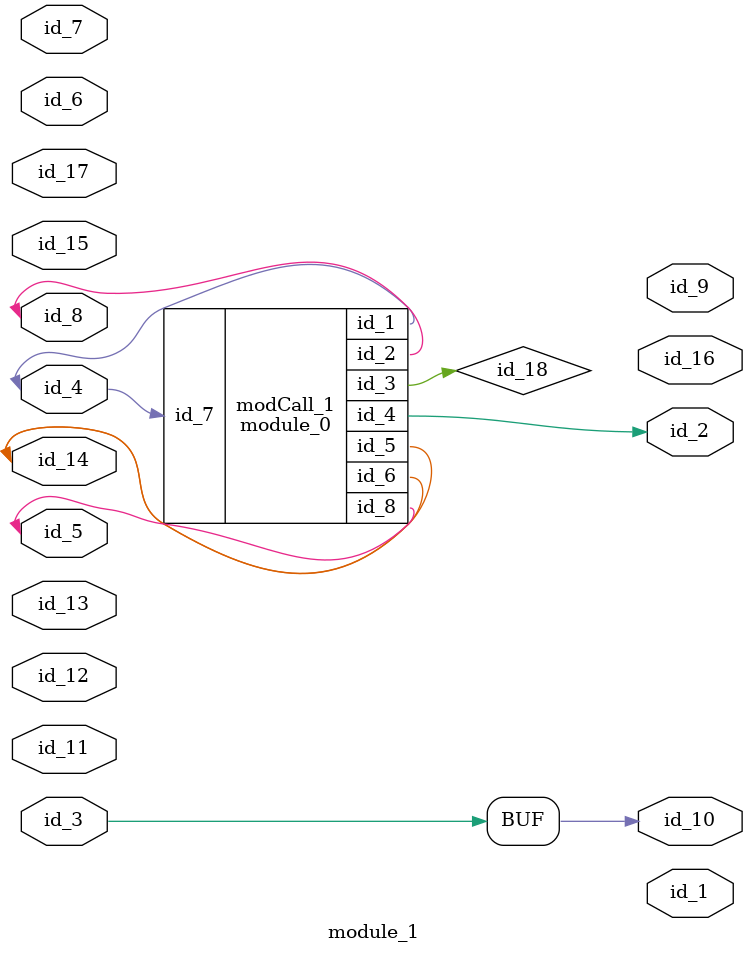
<source format=v>
module module_0 (
    id_1,
    id_2,
    id_3,
    id_4,
    id_5,
    id_6,
    id_7,
    id_8
);
  output wire id_8;
  input wire id_7;
  output wire id_6;
  inout wire id_5;
  output wire id_4;
  inout wire id_3;
  inout wire id_2;
  inout wire id_1;
  wire id_9;
  wire id_10;
  wire id_11 = id_2;
endmodule
module module_1 (
    id_1,
    id_2,
    id_3,
    id_4,
    id_5,
    id_6,
    id_7,
    id_8,
    id_9,
    id_10,
    id_11,
    id_12,
    id_13,
    id_14,
    id_15,
    id_16,
    id_17
);
  input wire id_17;
  output wire id_16;
  input wire id_15;
  inout wire id_14;
  input wire id_13;
  input wire id_12;
  input wire id_11;
  output wire id_10;
  output wire id_9;
  inout wire id_8;
  input wire id_7;
  input wire id_6;
  inout wire id_5;
  inout wire id_4;
  input wire id_3;
  output wire id_2;
  output wire id_1;
  wire id_18;
  module_0 modCall_1 (
      id_4,
      id_8,
      id_18,
      id_2,
      id_14,
      id_14,
      id_4,
      id_5
  );
  initial id_10 = #1 id_3;
endmodule

</source>
